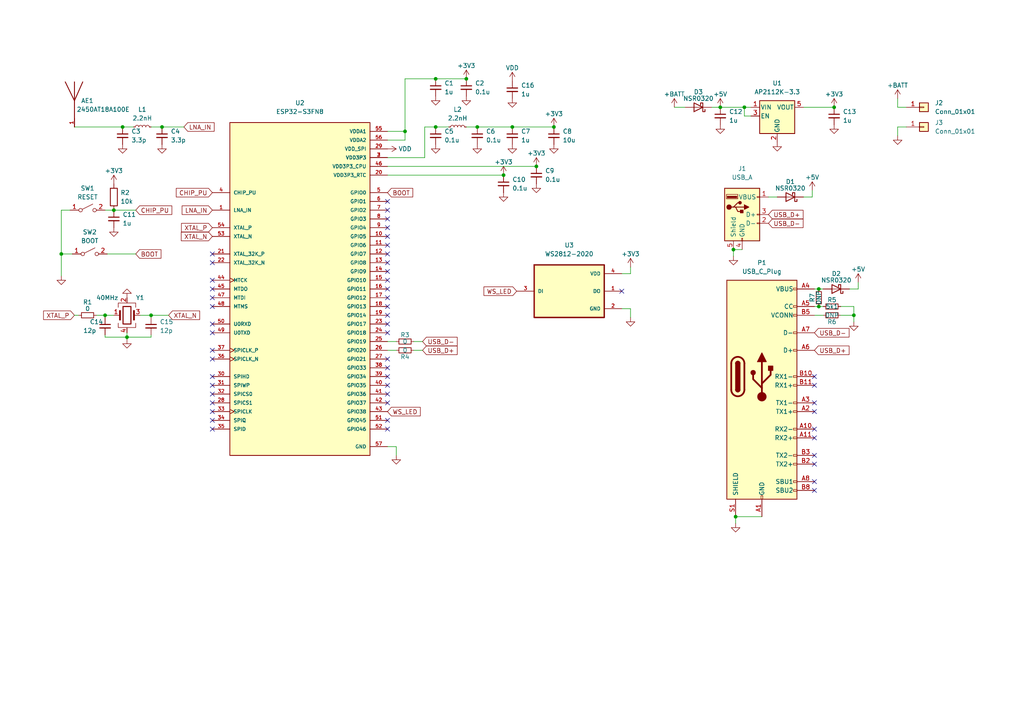
<source format=kicad_sch>
(kicad_sch (version 20211123) (generator eeschema)
  (paper "A4")
  (lib_symbols
    (symbol "2450AT18A100E:2450AT18A100E" (pin_names (offset 1.016))
      (property "Reference" "AE" (at -2.7927 10.1861 0))
      (property "Value" "2450AT18A100E" (at -2.6609 -10.1575 0))
      (symbol "2450AT18A100E_0_0"
        (polyline (pts (xy 0 2.54) (xy -2.667 8.001)) (stroke (width 0.254)))
        (polyline (pts (xy 0 2.54) (xy 0 -5.08)) (stroke (width 0.254)))
        (polyline (pts (xy 0 8.001) (xy 0 2.54)) (stroke (width 0.254)))
        (polyline (pts (xy 2.413 8.001) (xy 0 2.54)) (stroke (width 0.254)))
        (pin input line (at 0 -5.08 90) (length 2.54) (name "~") (number "1"))
      )
    )
    (symbol "Connector:USB_A" (pin_names (offset 1.016))
      (property "Reference" "J" (at -5.08 11.43 0))
      (property "Value" "USB_A" (at -5.08 8.89 0))
      (symbol "USB_A_0_1"
        (rectangle (start -5.08 -7.62) (end 5.08 7.62) (stroke (width 0.254)) (fill (type background)))
        (circle (center -3.81 2.159) (radius 0.635) (stroke (width 0.254)) (fill (type outline)))
        (rectangle (start -1.524 4.826) (end -4.318 5.334) (fill (type outline)))
        (rectangle (start -1.27 4.572) (end -4.572 5.842))
        (circle (center -0.635 3.429) (radius 0.381) (stroke (width 0.254)) (fill (type outline)))
        (rectangle (start -0.127 -7.62) (end 0.127 -6.858))
        (polyline (pts (xy -3.175 2.159) (xy -2.54 2.159) (xy -1.27 3.429) (xy -0.635 3.429)) (stroke (width 0.254)))
        (polyline (pts (xy -2.54 2.159) (xy -1.905 2.159) (xy -1.27 0.889) (xy 0 0.889)) (stroke (width 0.254)))
        (polyline (pts (xy 0.635 2.794) (xy 0.635 1.524) (xy 1.905 2.159) (xy 0.635 2.794)) (stroke (width 0.254)) (fill (type outline)))
        (rectangle (start 0.254 1.27) (end -0.508 0.508) (stroke (width 0.254)) (fill (type outline)))
        (rectangle (start 5.08 -2.667) (end 4.318 -2.413))
        (rectangle (start 5.08 -0.127) (end 4.318 0.127))
        (rectangle (start 5.08 4.953) (end 4.318 5.207))
      )
      (symbol "USB_A_1_1"
        (polyline (pts (xy -1.905 2.159) (xy 0.635 2.159)) (stroke (width 0.254)))
        (pin power_in line (at 7.62 5.08 180) (length 2.54) (name "VBUS") (number "1"))
        (pin bidirectional line (at 7.62 -2.54 180) (length 2.54) (name "D-") (number "2"))
        (pin bidirectional line (at 7.62 0 180) (length 2.54) (name "D+") (number "3"))
        (pin power_in line (at 0 -10.16 90) (length 2.54) (name "GND") (number "4"))
        (pin passive line (at -2.54 -10.16 90) (length 2.54) (name "Shield") (number "5"))
      )
    )
    (symbol "Connector:USB_C_Plug" (pin_names (offset 1.016))
      (property "Reference" "P" (at -10.16 29.21 0))
      (property "Value" "USB_C_Plug" (at 10.16 29.21 0))
      (symbol "USB_C_Plug_0_0"
        (rectangle (start -0.254 -35.56) (end 0.254 -34.544))
        (rectangle (start 10.16 -32.766) (end 9.144 -33.274))
        (rectangle (start 10.16 -30.226) (end 9.144 -30.734))
        (rectangle (start 10.16 -25.146) (end 9.144 -25.654))
        (rectangle (start 10.16 -22.606) (end 9.144 -23.114))
        (rectangle (start 10.16 -17.526) (end 9.144 -18.034))
        (rectangle (start 10.16 -14.986) (end 9.144 -15.494))
        (rectangle (start 10.16 -9.906) (end 9.144 -10.414))
        (rectangle (start 10.16 -7.366) (end 9.144 -7.874))
        (rectangle (start 10.16 -2.286) (end 9.144 -2.794))
        (rectangle (start 10.16 0.254) (end 9.144 -0.254))
        (rectangle (start 10.16 7.874) (end 9.144 7.366))
        (rectangle (start 10.16 12.954) (end 9.144 12.446))
        (rectangle (start 10.16 18.034) (end 9.144 17.526))
        (rectangle (start 10.16 20.574) (end 9.144 20.066))
        (rectangle (start 10.16 25.654) (end 9.144 25.146))
      )
      (symbol "USB_C_Plug_0_1"
        (rectangle (start -10.16 27.94) (end 10.16 -35.56) (stroke (width 0.254)) (fill (type background)))
        (arc (start -8.89 -3.81) (mid -6.985 -5.715) (end -5.08 -3.81) (stroke (width 0.508)))
        (arc (start -7.62 -3.81) (mid -6.985 -4.445) (end -6.35 -3.81) (stroke (width 0.254)))
        (arc (start -7.62 -3.81) (mid -6.985 -4.445) (end -6.35 -3.81) (stroke (width 0.254)) (fill (type outline)))
        (rectangle (start -7.62 -3.81) (end -6.35 3.81) (stroke (width 0.254)) (fill (type outline)))
        (arc (start -6.35 3.81) (mid -6.985 4.445) (end -7.62 3.81) (stroke (width 0.254)))
        (arc (start -6.35 3.81) (mid -6.985 4.445) (end -7.62 3.81) (stroke (width 0.254)) (fill (type outline)))
        (arc (start -5.08 3.81) (mid -6.985 5.715) (end -8.89 3.81) (stroke (width 0.508)))
        (polyline (pts (xy -8.89 -3.81) (xy -8.89 3.81)) (stroke (width 0.508)))
        (polyline (pts (xy -5.08 3.81) (xy -5.08 -3.81)) (stroke (width 0.508)))
      )
      (symbol "USB_C_Plug_1_1"
        (circle (center -2.54 1.143) (radius 0.635) (stroke (width 0.254)) (fill (type outline)))
        (circle (center 0 -5.842) (radius 1.27) (fill (type outline)))
        (polyline (pts (xy 0 -5.842) (xy 0 4.318)) (stroke (width 0.508)))
        (polyline (pts (xy 0 -3.302) (xy -2.54 -0.762) (xy -2.54 0.508)) (stroke (width 0.508)))
        (polyline (pts (xy 0 -2.032) (xy 2.54 0.508) (xy 2.54 1.778)) (stroke (width 0.508)))
        (polyline (pts (xy -1.27 4.318) (xy 0 6.858) (xy 1.27 4.318) (xy -1.27 4.318)) (stroke (width 0.254)) (fill (type outline)))
        (rectangle (start 1.905 1.778) (end 3.175 3.048) (stroke (width 0.254)) (fill (type outline)))
        (pin passive line (at 0 -40.64 90) (length 5.08) (name "GND") (number "A1"))
        (pin bidirectional line (at 15.24 -15.24 180) (length 5.08) (name "RX2-") (number "A10"))
        (pin bidirectional line (at 15.24 -17.78 180) (length 5.08) (name "RX2+") (number "A11"))
        (pin passive line (at 0 -40.64 90) (length 5.08) hide (name "GND") (number "A12"))
        (pin bidirectional line (at 15.24 -10.16 180) (length 5.08) (name "TX1+") (number "A2"))
        (pin bidirectional line (at 15.24 -7.62 180) (length 5.08) (name "TX1-") (number "A3"))
        (pin passive line (at 15.24 25.4 180) (length 5.08) (name "VBUS") (number "A4"))
        (pin bidirectional line (at 15.24 20.32 180) (length 5.08) (name "CC") (number "A5"))
        (pin bidirectional line (at 15.24 7.62 180) (length 5.08) (name "D+") (number "A6"))
        (pin bidirectional line (at 15.24 12.7 180) (length 5.08) (name "D-") (number "A7"))
        (pin bidirectional line (at 15.24 -30.48 180) (length 5.08) (name "SBU1") (number "A8"))
        (pin passive line (at 15.24 25.4 180) (length 5.08) hide (name "VBUS") (number "A9"))
        (pin passive line (at 0 -40.64 90) (length 5.08) hide (name "GND") (number "B1"))
        (pin bidirectional line (at 15.24 0 180) (length 5.08) (name "RX1-") (number "B10"))
        (pin bidirectional line (at 15.24 -2.54 180) (length 5.08) (name "RX1+") (number "B11"))
        (pin passive line (at 0 -40.64 90) (length 5.08) hide (name "GND") (number "B12"))
        (pin bidirectional line (at 15.24 -25.4 180) (length 5.08) (name "TX2+") (number "B2"))
        (pin bidirectional line (at 15.24 -22.86 180) (length 5.08) (name "TX2-") (number "B3"))
        (pin passive line (at 15.24 25.4 180) (length 5.08) hide (name "VBUS") (number "B4"))
        (pin bidirectional line (at 15.24 17.78 180) (length 5.08) (name "VCONN") (number "B5"))
        (pin bidirectional line (at 15.24 -33.02 180) (length 5.08) (name "SBU2") (number "B8"))
        (pin passive line (at 15.24 25.4 180) (length 5.08) hide (name "VBUS") (number "B9"))
        (pin passive line (at -7.62 -40.64 90) (length 5.08) (name "SHIELD") (number "S1"))
      )
    )
    (symbol "Connector_Generic:Conn_01x01" (pin_names (offset 1.016) hide)
      (property "Reference" "J" (at 0 2.54 0))
      (property "Value" "Conn_01x01" (at 0 -2.54 0))
      (symbol "Conn_01x01_1_1"
        (rectangle (start -1.27 0.127) (end 0 -0.127) (stroke (width 0.1524)))
        (rectangle (start -1.27 1.27) (end 1.27 -1.27) (stroke (width 0.254)) (fill (type background)))
        (pin passive line (at -5.08 0 0) (length 3.81) (name "Pin_1") (number "1"))
      )
    )
    (symbol "Device:C_Small" (pin_numbers hide) (pin_names (offset 0.254) hide)
      (property "Reference" "C" (at 0.254 1.778 0))
      (property "Value" "C_Small" (at 0.254 -2.032 0))
      (symbol "C_Small_0_1"
        (polyline (pts (xy -1.524 -0.508) (xy 1.524 -0.508)) (stroke (width 0.3302)))
        (polyline (pts (xy -1.524 0.508) (xy 1.524 0.508)) (stroke (width 0.3048)))
      )
      (symbol "C_Small_1_1"
        (pin passive line (at 0 2.54 270) (length 2.032) (name "~") (number "1"))
        (pin passive line (at 0 -2.54 90) (length 2.032) (name "~") (number "2"))
      )
    )
    (symbol "Device:Crystal_GND24" (pin_names (offset 1.016) hide)
      (property "Reference" "Y" (at 3.175 5.08 0))
      (property "Value" "Crystal_GND24" (at 3.175 3.175 0))
      (symbol "Crystal_GND24_0_1"
        (rectangle (start -1.143 2.54) (end 1.143 -2.54) (stroke (width 0.3048)))
        (polyline (pts (xy -2.54 0) (xy -2.032 0)))
        (polyline (pts (xy -2.032 -1.27) (xy -2.032 1.27)) (stroke (width 0.508)))
        (polyline (pts (xy 0 -3.81) (xy 0 -3.556)))
        (polyline (pts (xy 0 3.556) (xy 0 3.81)))
        (polyline (pts (xy 2.032 -1.27) (xy 2.032 1.27)) (stroke (width 0.508)))
        (polyline (pts (xy 2.032 0) (xy 2.54 0)))
        (polyline (pts (xy -2.54 -2.286) (xy -2.54 -3.556) (xy 2.54 -3.556) (xy 2.54 -2.286)))
        (polyline (pts (xy -2.54 2.286) (xy -2.54 3.556) (xy 2.54 3.556) (xy 2.54 2.286)))
      )
      (symbol "Crystal_GND24_1_1"
        (pin passive line (at -3.81 0 0) (length 1.27) (name "1") (number "1"))
        (pin passive line (at 0 5.08 270) (length 1.27) (name "2") (number "2"))
        (pin passive line (at 3.81 0 180) (length 1.27) (name "3") (number "3"))
        (pin passive line (at 0 -5.08 90) (length 1.27) (name "4") (number "4"))
      )
    )
    (symbol "Device:D_Schottky" (pin_numbers hide) (pin_names (offset 1.016) hide)
      (property "Reference" "D" (at 0 2.54 0))
      (property "Value" "D_Schottky" (at 0 -2.54 0))
      (symbol "D_Schottky_0_1"
        (polyline (pts (xy 1.27 0) (xy -1.27 0)))
        (polyline (pts (xy 1.27 1.27) (xy 1.27 -1.27) (xy -1.27 0) (xy 1.27 1.27)) (stroke (width 0.254)))
        (polyline (pts (xy -1.905 0.635) (xy -1.905 1.27) (xy -1.27 1.27) (xy -1.27 -1.27) (xy -0.635 -1.27) (xy -0.635 -0.635)) (stroke (width 0.254)))
      )
      (symbol "D_Schottky_1_1"
        (pin passive line (at -3.81 0 0) (length 2.54) (name "K") (number "1"))
        (pin passive line (at 3.81 0 180) (length 2.54) (name "A") (number "2"))
      )
    )
    (symbol "Device:L_Small" (pin_numbers hide) (pin_names (offset 0.254) hide)
      (property "Reference" "L" (at 0.762 1.016 0))
      (property "Value" "L_Small" (at 0.762 -1.016 0))
      (symbol "L_Small_0_1"
        (arc (start 0 -2.032) (mid 0.508 -1.524) (end 0 -1.016))
        (arc (start 0 -1.016) (mid 0.508 -0.508) (end 0 0))
        (arc (start 0 0) (mid 0.508 0.508) (end 0 1.016))
        (arc (start 0 1.016) (mid 0.508 1.524) (end 0 2.032))
      )
      (symbol "L_Small_1_1"
        (pin passive line (at 0 2.54 270) (length 0.508) (name "~") (number "1"))
        (pin passive line (at 0 -2.54 90) (length 0.508) (name "~") (number "2"))
      )
    )
    (symbol "Device:R" (pin_numbers hide) (pin_names (offset 0))
      (property "Reference" "R" (at 2.032 0 90))
      (property "Value" "R" (at 0 0 90))
      (symbol "R_0_1"
        (rectangle (start -1.016 -2.54) (end 1.016 2.54) (stroke (width 0.254)))
      )
      (symbol "R_1_1"
        (pin passive line (at 0 3.81 270) (length 1.27) (name "~") (number "1"))
        (pin passive line (at 0 -3.81 90) (length 1.27) (name "~") (number "2"))
      )
    )
    (symbol "Device:R_Small" (pin_numbers hide) (pin_names (offset 0.254) hide)
      (property "Reference" "R" (at 0.762 0.508 0))
      (property "Value" "R_Small" (at 0.762 -1.016 0))
      (symbol "R_Small_0_1"
        (rectangle (start -0.762 1.778) (end 0.762 -1.778) (stroke (width 0.2032)))
      )
      (symbol "R_Small_1_1"
        (pin passive line (at 0 2.54 270) (length 0.762) (name "~") (number "1"))
        (pin passive line (at 0 -2.54 90) (length 0.762) (name "~") (number "2"))
      )
    )
    (symbol "ESP32-S3FN8:ESP32-S3FN8" (pin_names (offset 1.016))
      (property "Reference" "U" (at -20.32 49.53 0))
      (property "Value" "ESP32-S3FN8" (at -20.32 -49.53 0))
      (symbol "ESP32-S3FN8_0_0"
        (rectangle (start -20.32 -48.26) (end 20.32 48.26) (stroke (width 0.254)) (fill (type background)))
        (pin bidirectional line (at -25.4 22.86 0) (length 5.08) (name "LNA_IN") (number "1"))
        (pin bidirectional line (at 25.4 15.24 180) (length 5.08) (name "GPIO5") (number "10"))
        (pin bidirectional line (at 25.4 12.7 180) (length 5.08) (name "GPIO6") (number "11"))
        (pin bidirectional line (at 25.4 10.16 180) (length 5.08) (name "GPIO7") (number "12"))
        (pin bidirectional line (at 25.4 7.62 180) (length 5.08) (name "GPIO8") (number "13"))
        (pin bidirectional line (at 25.4 5.08 180) (length 5.08) (name "GPIO9") (number "14"))
        (pin bidirectional line (at 25.4 2.54 180) (length 5.08) (name "GPIO10") (number "15"))
        (pin bidirectional line (at 25.4 0 180) (length 5.08) (name "GPIO11") (number "16"))
        (pin bidirectional line (at 25.4 -2.54 180) (length 5.08) (name "GPIO12") (number "17"))
        (pin bidirectional line (at 25.4 -5.08 180) (length 5.08) (name "GPIO13") (number "18"))
        (pin bidirectional line (at 25.4 -7.62 180) (length 5.08) (name "GPIO14") (number "19"))
        (pin power_in line (at 25.4 38.1 180) (length 5.08) (name "VDD3P3") (number "2"))
        (pin power_in line (at 25.4 33.02 180) (length 5.08) (name "VDD3P3_RTC") (number "20"))
        (pin bidirectional line (at -25.4 10.16 0) (length 5.08) (name "XTAL_32K_P") (number "21"))
        (pin bidirectional line (at -25.4 7.62 0) (length 5.08) (name "XTAL_32K_N") (number "22"))
        (pin bidirectional line (at 25.4 -10.16 180) (length 5.08) (name "GPIO17") (number "23"))
        (pin bidirectional line (at 25.4 -12.7 180) (length 5.08) (name "GPIO18") (number "24"))
        (pin bidirectional line (at 25.4 -15.24 180) (length 5.08) (name "GPIO19") (number "25"))
        (pin bidirectional line (at 25.4 -17.78 180) (length 5.08) (name "GPIO20") (number "26"))
        (pin bidirectional line (at 25.4 -20.32 180) (length 5.08) (name "GPIO21") (number "27"))
        (pin bidirectional line (at -25.4 -33.02 0) (length 5.08) (name "SPICS1") (number "28"))
        (pin power_in line (at 25.4 40.64 180) (length 5.08) (name "VDD_SPI") (number "29"))
        (pin power_in line (at 25.4 38.1 180) (length 5.08) (name "VDD3P3") (number "3"))
        (pin bidirectional line (at -25.4 -25.4 0) (length 5.08) (name "SPIHD") (number "30"))
        (pin bidirectional line (at -25.4 -27.94 0) (length 5.08) (name "SPIWP") (number "31"))
        (pin bidirectional line (at -25.4 -30.48 0) (length 5.08) (name "SPICS0") (number "32"))
        (pin bidirectional clock (at -25.4 -35.56 0) (length 5.08) (name "SPICLK") (number "33"))
        (pin bidirectional line (at -25.4 -38.1 0) (length 5.08) (name "SPIQ") (number "34"))
        (pin bidirectional line (at -25.4 -40.64 0) (length 5.08) (name "SPID") (number "35"))
        (pin bidirectional clock (at -25.4 -20.32 0) (length 5.08) (name "SPICLK_N") (number "36"))
        (pin bidirectional clock (at -25.4 -17.78 0) (length 5.08) (name "SPICLK_P") (number "37"))
        (pin bidirectional line (at 25.4 -22.86 180) (length 5.08) (name "GPIO33") (number "38"))
        (pin bidirectional line (at 25.4 -25.4 180) (length 5.08) (name "GPIO34") (number "39"))
        (pin input line (at -25.4 27.94 0) (length 5.08) (name "CHIP_PU") (number "4"))
        (pin bidirectional line (at 25.4 -27.94 180) (length 5.08) (name "GPIO35") (number "40"))
        (pin bidirectional line (at 25.4 -30.48 180) (length 5.08) (name "GPIO36") (number "41"))
        (pin bidirectional line (at 25.4 -33.02 180) (length 5.08) (name "GPIO37") (number "42"))
        (pin bidirectional line (at 25.4 -35.56 180) (length 5.08) (name "GPIO38") (number "43"))
        (pin bidirectional clock (at -25.4 2.54 0) (length 5.08) (name "MTCK") (number "44"))
        (pin bidirectional line (at -25.4 0 0) (length 5.08) (name "MTDO") (number "45"))
        (pin power_in line (at 25.4 35.56 180) (length 5.08) (name "VDD3P3_CPU") (number "46"))
        (pin bidirectional line (at -25.4 -2.54 0) (length 5.08) (name "MTDI") (number "47"))
        (pin bidirectional line (at -25.4 -5.08 0) (length 5.08) (name "MTMS") (number "48"))
        (pin bidirectional line (at -25.4 -12.7 0) (length 5.08) (name "U0TXD") (number "49"))
        (pin bidirectional line (at 25.4 27.94 180) (length 5.08) (name "GPIO0") (number "5"))
        (pin bidirectional line (at -25.4 -10.16 0) (length 5.08) (name "U0RXD") (number "50"))
        (pin bidirectional line (at 25.4 -38.1 180) (length 5.08) (name "GPIO45") (number "51"))
        (pin bidirectional line (at 25.4 -40.64 180) (length 5.08) (name "GPIO46") (number "52"))
        (pin output line (at -25.4 15.24 0) (length 5.08) (name "XTAL_N") (number "53"))
        (pin input line (at -25.4 17.78 0) (length 5.08) (name "XTAL_P") (number "54"))
        (pin power_in line (at 25.4 45.72 180) (length 5.08) (name "VDDA1") (number "55"))
        (pin power_in line (at 25.4 43.18 180) (length 5.08) (name "VDDA2") (number "56"))
        (pin power_in line (at 25.4 -45.72 180) (length 5.08) (name "GND") (number "57"))
        (pin bidirectional line (at 25.4 25.4 180) (length 5.08) (name "GPIO1") (number "6"))
        (pin bidirectional line (at 25.4 22.86 180) (length 5.08) (name "GPIO2") (number "7"))
        (pin bidirectional line (at 25.4 20.32 180) (length 5.08) (name "GPIO3") (number "8"))
        (pin bidirectional line (at 25.4 17.78 180) (length 5.08) (name "GPIO4") (number "9"))
      )
    )
    (symbol "Regulator_Linear:AP2112K-3.3" (pin_names (offset 0.254))
      (property "Reference" "U" (at -5.08 5.715 0))
      (property "Value" "AP2112K-3.3" (at 0 5.715 0))
      (symbol "AP2112K-3.3_0_1"
        (rectangle (start -5.08 4.445) (end 5.08 -5.08) (stroke (width 0.254)) (fill (type background)))
      )
      (symbol "AP2112K-3.3_1_1"
        (pin power_in line (at -7.62 2.54 0) (length 2.54) (name "VIN") (number "1"))
        (pin power_in line (at 0 -7.62 90) (length 2.54) (name "GND") (number "2"))
        (pin input line (at -7.62 0 0) (length 2.54) (name "EN") (number "3"))
        (pin no_connect line (at 5.08 0 180) (length 2.54) hide (name "NC") (number "4"))
        (pin power_out line (at 7.62 2.54 180) (length 2.54) (name "VOUT") (number "5"))
      )
    )
    (symbol "Switch:SW_SPST" (pin_names (offset 0) hide)
      (property "Reference" "SW" (at 0 3.175 0))
      (property "Value" "SW_SPST" (at 0 -2.54 0))
      (symbol "SW_SPST_0_0"
        (circle (center -2.032 0) (radius 0.508))
        (polyline (pts (xy -1.524 0.254) (xy 1.524 1.778)))
        (circle (center 2.032 0) (radius 0.508))
      )
      (symbol "SW_SPST_1_1"
        (pin passive line (at -5.08 0 0) (length 2.54) (name "A") (number "1"))
        (pin passive line (at 5.08 0 180) (length 2.54) (name "B") (number "2"))
      )
    )
    (symbol "WS2812-2020:WS2812-2020" (pin_names (offset 1.016))
      (property "Reference" "U" (at -10.16 7.62 0))
      (property "Value" "WS2812-2020" (at -10.16 -10.16 0))
      (symbol "WS2812-2020_0_0"
        (rectangle (start -10.16 -7.62) (end 10.16 7.62) (stroke (width 0.4064)) (fill (type background)))
        (pin output line (at 15.24 0 180) (length 5.08) (name "DO") (number "1"))
        (pin power_in line (at 15.24 -5.08 180) (length 5.08) (name "GND") (number "2"))
        (pin input line (at -15.24 0 0) (length 5.08) (name "DI") (number "3"))
        (pin power_in line (at 15.24 5.08 180) (length 5.08) (name "VDD") (number "4"))
      )
    )
    (symbol "power:+3V3" (power) (pin_names (offset 0))
      (property "Value" "+3V3" (at 0 3.556 0))
      (symbol "+3V3_0_1"
        (polyline (pts (xy -0.762 1.27) (xy 0 2.54)))
        (polyline (pts (xy 0 0) (xy 0 2.54)))
        (polyline (pts (xy 0 2.54) (xy 0.762 1.27)))
      )
      (symbol "+3V3_1_1"
        (pin power_in line (at 0 0 90) (length 0) hide (name "+3V3") (number "1"))
      )
    )
    (symbol "power:+5V" (power) (pin_names (offset 0))
      (property "Value" "+5V" (at 0 3.556 0))
      (symbol "+5V_0_1"
        (polyline (pts (xy -0.762 1.27) (xy 0 2.54)))
        (polyline (pts (xy 0 0) (xy 0 2.54)))
        (polyline (pts (xy 0 2.54) (xy 0.762 1.27)))
      )
      (symbol "+5V_1_1"
        (pin power_in line (at 0 0 90) (length 0) hide (name "+5V") (number "1"))
      )
    )
    (symbol "power:+BATT" (power) (pin_names (offset 0))
      (property "Value" "+BATT" (at 0 3.556 0))
      (symbol "+BATT_0_1"
        (polyline (pts (xy -0.762 1.27) (xy 0 2.54)))
        (polyline (pts (xy 0 0) (xy 0 2.54)))
        (polyline (pts (xy 0 2.54) (xy 0.762 1.27)))
      )
      (symbol "+BATT_1_1"
        (pin power_in line (at 0 0 90) (length 0) hide (name "+BATT") (number "1"))
      )
    )
    (symbol "power:GND" (power) (pin_names (offset 0))
      (property "Value" "GND" (at 0 -3.81 0))
      (symbol "GND_0_1"
        (polyline (pts (xy 0 0) (xy 0 -1.27) (xy 1.27 -1.27) (xy 0 -2.54) (xy -1.27 -1.27) (xy 0 -1.27)))
      )
      (symbol "GND_1_1"
        (pin power_in line (at 0 0 270) (length 0) hide (name "GND") (number "1"))
      )
    )
    (symbol "power:VDD" (power) (pin_names (offset 0))
      (property "Value" "VDD" (at 0 3.81 0))
      (symbol "VDD_0_1"
        (polyline (pts (xy -0.762 1.27) (xy 0 2.54)))
        (polyline (pts (xy 0 0) (xy 0 2.54)))
        (polyline (pts (xy 0 2.54) (xy 0.762 1.27)))
      )
      (symbol "VDD_1_1"
        (pin power_in line (at 0 0 90) (length 0) hide (name "VDD") (number "1"))
      )
    )
  )
  (junction (at 155.575 48.26))
  (junction (at 117.475 38.1))
  (junction (at 30.48 91.44))
  (junction (at 146.05 50.8))
  (junction (at 46.99 36.83))
  (junction (at 148.59 36.83))
  (junction (at 241.935 31.115))
  (junction (at 138.43 36.83))
  (junction (at 135.255 22.86))
  (junction (at 36.83 97.79))
  (junction (at 237.49 83.82))
  (junction (at 212.725 72.39))
  (junction (at 247.65 91.44))
  (junction (at 213.36 149.86))
  (junction (at 17.78 73.66))
  (junction (at 43.815 91.44))
  (junction (at 33.02 60.96))
  (junction (at 215.9 31.115))
  (junction (at 35.56 36.83))
  (junction (at 126.365 22.86))
  (junction (at 208.915 31.115))
  (junction (at 126.365 36.83))
  (junction (at 237.49 88.9))
  (junction (at 160.655 36.83))
  (no_connect (at 61.595 111.76))
  (no_connect (at 112.395 60.96))
  (no_connect (at 112.395 91.44))
  (no_connect (at 112.395 78.74))
  (no_connect (at 236.22 109.22))
  (no_connect (at 112.395 109.22))
  (no_connect (at 61.595 121.92))
  (no_connect (at 236.22 119.38))
  (no_connect (at 112.395 68.58))
  (no_connect (at 61.595 83.82))
  (no_connect (at 61.595 96.52))
  (no_connect (at 236.22 124.46))
  (no_connect (at 61.595 124.46))
  (no_connect (at 61.595 104.14))
  (no_connect (at 112.395 58.42))
  (no_connect (at 112.395 63.5))
  (no_connect (at 112.395 116.84))
  (no_connect (at 112.395 114.3))
  (no_connect (at 112.395 71.12))
  (no_connect (at 112.395 104.14))
  (no_connect (at 112.395 81.28))
  (no_connect (at 180.34 84.455))
  (no_connect (at 61.595 109.22))
  (no_connect (at 61.595 101.6))
  (no_connect (at 236.22 139.7))
  (no_connect (at 236.22 127))
  (no_connect (at 61.595 81.28))
  (no_connect (at 112.395 124.46))
  (no_connect (at 61.595 88.9))
  (no_connect (at 112.395 106.68))
  (no_connect (at 61.595 114.3))
  (no_connect (at 112.395 66.04))
  (no_connect (at 236.22 132.08))
  (no_connect (at 236.22 116.84))
  (no_connect (at 61.595 119.38))
  (no_connect (at 236.22 134.62))
  (no_connect (at 236.22 142.24))
  (no_connect (at 61.595 86.36))
  (no_connect (at 112.395 88.9))
  (no_connect (at 112.395 96.52))
  (no_connect (at 112.395 83.82))
  (no_connect (at 112.395 93.98))
  (no_connect (at 61.595 76.2))
  (no_connect (at 61.595 93.98))
  (no_connect (at 61.595 73.66))
  (no_connect (at 112.395 111.76))
  (no_connect (at 112.395 86.36))
  (no_connect (at 236.22 111.76))
  (no_connect (at 112.395 73.66))
  (no_connect (at 61.595 116.84))
  (no_connect (at 112.395 76.2))
  (no_connect (at 112.395 121.92))
  (wire (pts (xy 215.9 31.115) (xy 215.9 33.655)))
  (wire (pts (xy 262.89 31.115) (xy 260.35 31.115)))
  (wire (pts (xy 123.19 45.72) (xy 123.19 36.83)))
  (wire (pts (xy 30.48 60.96) (xy 33.02 60.96)))
  (wire (pts (xy 262.89 36.83) (xy 260.35 36.83)))
  (wire (pts (xy 17.78 80.01) (xy 17.78 73.66)))
  (wire (pts (xy 248.92 81.915) (xy 248.92 83.82)))
  (wire (pts (xy 27.94 91.44) (xy 30.48 91.44)))
  (wire (pts (xy 43.815 97.79) (xy 43.815 97.155)))
  (wire (pts (xy 120.015 99.06) (xy 122.555 99.06)))
  (wire (pts (xy 213.36 149.86) (xy 213.36 151.765)))
  (wire (pts (xy 36.83 98.425) (xy 36.83 97.79)))
  (wire (pts (xy 30.48 97.79) (xy 30.48 97.155)))
  (wire (pts (xy 148.59 36.83) (xy 160.655 36.83)))
  (wire (pts (xy 43.815 92.075) (xy 43.815 91.44)))
  (wire (pts (xy 247.65 88.9) (xy 243.84 88.9)))
  (wire (pts (xy 206.375 31.115) (xy 208.915 31.115)))
  (wire (pts (xy 117.475 40.64) (xy 112.395 40.64)))
  (wire (pts (xy 126.365 22.86) (xy 135.255 22.86)))
  (wire (pts (xy 46.99 36.83) (xy 53.34 36.83)))
  (wire (pts (xy 182.88 77.47) (xy 182.88 79.375)))
  (wire (pts (xy 247.65 93.345) (xy 247.65 91.44)))
  (wire (pts (xy 30.48 97.79) (xy 36.83 97.79)))
  (wire (pts (xy 17.78 73.66) (xy 20.955 73.66)))
  (wire (pts (xy 248.92 83.82) (xy 246.38 83.82)))
  (wire (pts (xy 21.59 36.83) (xy 35.56 36.83)))
  (wire (pts (xy 236.22 91.44) (xy 238.76 91.44)))
  (wire (pts (xy 235.585 55.245) (xy 235.585 57.15)))
  (wire (pts (xy 195.58 31.115) (xy 198.755 31.115)))
  (wire (pts (xy 233.045 31.115) (xy 241.935 31.115)))
  (wire (pts (xy 117.475 22.86) (xy 126.365 22.86)))
  (wire (pts (xy 112.395 48.26) (xy 155.575 48.26)))
  (wire (pts (xy 114.935 129.54) (xy 112.395 129.54)))
  (wire (pts (xy 31.115 73.66) (xy 39.37 73.66)))
  (wire (pts (xy 43.815 36.83) (xy 46.99 36.83)))
  (wire (pts (xy 208.915 31.115) (xy 215.9 31.115)))
  (wire (pts (xy 112.395 45.72) (xy 123.19 45.72)))
  (wire (pts (xy 182.88 92.075) (xy 182.88 89.535)))
  (wire (pts (xy 120.015 101.6) (xy 122.555 101.6)))
  (wire (pts (xy 243.84 91.44) (xy 247.65 91.44)))
  (wire (pts (xy 212.725 72.39) (xy 212.725 74.295)))
  (wire (pts (xy 117.475 38.1) (xy 117.475 22.86)))
  (wire (pts (xy 215.9 31.115) (xy 217.805 31.115)))
  (wire (pts (xy 238.76 83.82) (xy 237.49 83.82)))
  (wire (pts (xy 30.48 92.075) (xy 30.48 91.44)))
  (wire (pts (xy 135.255 36.83) (xy 138.43 36.83)))
  (wire (pts (xy 215.9 33.655) (xy 217.805 33.655)))
  (wire (pts (xy 225.425 57.15) (xy 222.885 57.15)))
  (wire (pts (xy 112.395 101.6) (xy 114.935 101.6)))
  (wire (pts (xy 123.19 36.83) (xy 126.365 36.83)))
  (wire (pts (xy 236.22 88.9) (xy 237.49 88.9)))
  (wire (pts (xy 112.395 50.8) (xy 146.05 50.8)))
  (wire (pts (xy 114.935 132.08) (xy 114.935 129.54)))
  (wire (pts (xy 21.59 91.44) (xy 22.86 91.44)))
  (wire (pts (xy 36.83 96.52) (xy 36.83 97.79)))
  (wire (pts (xy 182.88 79.375) (xy 180.34 79.375)))
  (wire (pts (xy 17.78 73.66) (xy 17.78 60.96)))
  (wire (pts (xy 117.475 40.64) (xy 117.475 38.1)))
  (wire (pts (xy 215.265 72.39) (xy 212.725 72.39)))
  (wire (pts (xy 35.56 36.83) (xy 38.735 36.83)))
  (wire (pts (xy 30.48 91.44) (xy 33.02 91.44)))
  (wire (pts (xy 43.815 91.44) (xy 40.64 91.44)))
  (wire (pts (xy 235.585 57.15) (xy 233.045 57.15)))
  (wire (pts (xy 260.35 31.115) (xy 260.35 28.575)))
  (wire (pts (xy 138.43 36.83) (xy 148.59 36.83)))
  (wire (pts (xy 213.36 149.86) (xy 220.98 149.86)))
  (wire (pts (xy 260.35 39.37) (xy 260.35 36.83)))
  (wire (pts (xy 17.78 60.96) (xy 20.32 60.96)))
  (wire (pts (xy 112.395 99.06) (xy 114.935 99.06)))
  (wire (pts (xy 247.65 91.44) (xy 247.65 88.9)))
  (wire (pts (xy 36.83 97.79) (xy 43.815 97.79)))
  (wire (pts (xy 48.895 91.44) (xy 43.815 91.44)))
  (wire (pts (xy 33.02 60.96) (xy 39.37 60.96)))
  (wire (pts (xy 126.365 36.83) (xy 130.175 36.83)))
  (wire (pts (xy 117.475 38.1) (xy 112.395 38.1)))
  (wire (pts (xy 237.49 83.82) (xy 236.22 83.82)))
  (wire (pts (xy 237.49 88.9) (xy 238.76 88.9)))
  (wire (pts (xy 182.88 89.535) (xy 180.34 89.535)))
  (global_label "XTAL_N" (shape input) (at 48.895 91.44 0) (property "Intersheet References" "${INTERSHEET_REFS}" (effects hide)))
  (global_label "BOOT" (shape input) (at 39.37 73.66 0) (property "Intersheet References" "${INTERSHEET_REFS}" (effects hide)))
  (global_label "USB_D-" (shape input) (at 236.22 96.52 0) (property "Intersheet References" "${INTERSHEET_REFS}" (effects hide)))
  (global_label "USB_D-" (shape input) (at 222.885 64.77 0) (property "Intersheet References" "${INTERSHEET_REFS}" (effects hide)))
  (global_label "XTAL_P" (shape input) (at 61.595 66.04 180) (property "Intersheet References" "${INTERSHEET_REFS}" (effects hide)))
  (global_label "LNA_IN" (shape input) (at 61.595 60.96 180) (property "Intersheet References" "${INTERSHEET_REFS}" (effects hide)))
  (global_label "CHIP_PU" (shape input) (at 39.37 60.96 0) (property "Intersheet References" "${INTERSHEET_REFS}" (effects hide)))
  (global_label "LNA_IN" (shape input) (at 53.34 36.83 0) (property "Intersheet References" "${INTERSHEET_REFS}" (effects hide)))
  (global_label "USB_D+" (shape input) (at 236.22 101.6 0) (property "Intersheet References" "${INTERSHEET_REFS}" (effects hide)))
  (global_label "USB_D-" (shape input) (at 122.555 99.06 0) (property "Intersheet References" "${INTERSHEET_REFS}" (effects hide)))
  (global_label "WS_LED" (shape input) (at 149.86 84.455 180) (property "Intersheet References" "${INTERSHEET_REFS}" (effects hide)))
  (global_label "USB_D+" (shape input) (at 122.555 101.6 0) (property "Intersheet References" "${INTERSHEET_REFS}" (effects hide)))
  (global_label "CHIP_PU" (shape input) (at 61.595 55.88 180) (property "Intersheet References" "${INTERSHEET_REFS}" (effects hide)))
  (global_label "USB_D+" (shape input) (at 222.885 62.23 0) (property "Intersheet References" "${INTERSHEET_REFS}" (effects hide)))
  (global_label "WS_LED" (shape input) (at 112.395 119.38 0) (property "Intersheet References" "${INTERSHEET_REFS}" (effects hide)))
  (global_label "BOOT" (shape input) (at 112.395 55.88 0) (property "Intersheet References" "${INTERSHEET_REFS}" (effects hide)))
  (global_label "XTAL_N" (shape input) (at 61.595 68.58 180) (property "Intersheet References" "${INTERSHEET_REFS}" (effects hide)))
  (global_label "XTAL_P" (shape input) (at 21.59 91.44 180) (property "Intersheet References" "${INTERSHEET_REFS}" (effects hide)))
  (symbol (lib_id "power:GND") (at 35.56 41.91 0) (unit 1)
    (property "Reference" "#PWR0119" (effects hide))
    (property "Value" "GND" (effects hide))
  )
  (symbol (lib_id "Device:C_Small") (at 43.815 94.615 0) (unit 1)
    (property "Reference" "C15" (at 46.355 93.345 0) (effects (justify left)))
    (property "Value" "12p" (at 46.355 95.885 0) (effects (justify left)))
    (property "Footprint" "Capacitor_SMD:C_0402_1005Metric" (effects hide))
    (property "LCSC Part #" "C1547" (effects hide))
  )
  (symbol (lib_id "power:GND") (at 212.725 74.295 0) (unit 1)
    (property "Reference" "#PWR0129" (effects hide))
    (property "Value" "GND" (effects hide))
  )
  (symbol (lib_id "power:+BATT") (at 260.35 28.575 0) (unit 1)
    (property "Reference" "#PWR0132" (effects hide))
    (property "Value" "+BATT" (at 260.35 24.765 0))
  )
  (symbol (lib_id "Device:R_Small") (at 117.475 99.06 90) (unit 1)
    (property "Reference" "R3" (at 117.475 97.155 90))
    (property "Value" "0" (at 117.475 99.06 90))
    (property "Footprint" "Resistor_SMD:R_0402_1005Metric" (effects hide))
    (property "LCSC Part #" "C17168" (effects hide))
  )
  (symbol (lib_id "Connector_Generic:Conn_01x01") (at 267.97 36.83 0) (unit 1)
    (property "Reference" "J3" (at 271.145 35.5599 0) (effects (justify left)))
    (property "Value" "Conn_01x01" (at 271.145 38.0999 0) (effects (justify left)))
    (property "Footprint" "Connector_Wire:SolderWirePad_1x01_SMD_1x2mm" (effects hide))
  )
  (symbol (lib_id "power:VDD") (at 148.59 23.495 0) (unit 1)
    (property "Reference" "#PWR0134" (effects hide))
    (property "Value" "VDD" (at 148.59 19.685 0))
  )
  (symbol (lib_id "Connector:USB_A") (at 215.265 62.23 0) (unit 1)
    (property "Reference" "J1" (at 215.265 48.895 0))
    (property "Value" "USB_A" (at 215.265 51.435 0))
    (property "Footprint" "Connector_USB:USB_A_CNCTech_1001-011-01101_Horizontal" (effects hide))
    (property "Datasheet" " ~" (effects hide))
    (property "LCSC Part #" "C283548" (effects hide))
  )
  (symbol (lib_id "Device:L_Small") (at 132.715 36.83 90) (unit 1)
    (property "Reference" "L2" (at 132.715 31.75 90))
    (property "Value" "2.2nH" (at 132.715 34.29 90))
    (property "Footprint" "Inductor_SMD:L_0402_1005Metric" (effects hide))
    (property "LCSC Part #" "C91240" (effects hide))
  )
  (symbol (lib_id "power:GND") (at 208.915 36.195 0) (unit 1)
    (property "Reference" "#PWR0124" (effects hide))
    (property "Value" "GND" (effects hide))
  )
  (symbol (lib_id "Device:R_Small") (at 241.3 88.9 90) (unit 1)
    (property "Reference" "R5" (at 241.3 86.995 90))
    (property "Value" "5k1" (at 241.3 88.9 90))
    (property "Footprint" "Resistor_SMD:R_0402_1005Metric" (effects hide))
    (property "LCSC Part #" "C25905" (effects hide))
  )
  (symbol (lib_id "power:GND") (at 126.365 27.94 0) (unit 1)
    (property "Reference" "#PWR0108" (effects hide))
    (property "Value" "GND" (effects hide))
  )
  (symbol (lib_id "ESP32-S3FN8:ESP32-S3FN8") (at 86.995 83.82 0) (unit 1)
    (property "Reference" "U2" (at 86.995 29.845 0))
    (property "Value" "ESP32-S3FN8" (at 86.995 32.385 0))
    (property "Footprint" "ESP32-S3FN8:QFN40P700X700X90-57N" (effects hide))
    (property "Availability" "In Stock" (effects hide))
    (property "Price" "None" (effects hide))
    (property "MF" "Espressif Systems" (effects hide))
    (property "Purchase-URL" "https://pricing.snapeda.com/search/part/ESP32-S3FN8/?ref=eda" (effects hide))
    (property "Package" "None" (effects hide))
    (property "MP" "ESP32-S3FN8" (effects hide))
    (property "Description" "Espressif Systems [ENGINEERING SAMPLES]SMD IC , Dual-Core MCU, Wi-Fi 2.4G & BLE 5.0 combo, 8 MB Octal SPI PSRAM, QFN 56-pin, 7*7 mm" (effects hide))
  )
  (symbol (lib_id "Device:R_Small") (at 237.49 86.36 180) (unit 1)
    (property "Reference" "R7" (at 235.585 86.36 90))
    (property "Value" "DNP" (at 237.49 86.36 90))
    (property "Footprint" "Resistor_SMD:R_0402_1005Metric" (effects hide))
  )
  (symbol (lib_id "Device:R") (at 33.02 57.15 0) (unit 1)
    (property "Reference" "R2" (at 34.925 55.8799 0) (effects (justify left)))
    (property "Value" "10k" (at 34.925 58.4199 0) (effects (justify left)))
    (property "Footprint" "Resistor_SMD:R_0402_1005Metric" (effects hide))
    (property "LCSC Part #" "C25744" (effects hide))
  )
  (symbol (lib_id "power:+5V") (at 235.585 55.245 0) (unit 1)
    (property "Reference" "#PWR01" (effects hide))
    (property "Value" "+5V" (at 235.585 51.435 0))
  )
  (symbol (lib_id "Device:C_Small") (at 155.575 50.8 0) (unit 1)
    (property "Reference" "C9" (at 158.115 49.53 0) (effects (justify left)))
    (property "Value" "0.1u" (at 158.115 52.07 0) (effects (justify left)))
    (property "Footprint" "Capacitor_SMD:C_0402_1005Metric" (effects hide))
    (property "LCSC Part #" "C307331" (effects hide))
  )
  (symbol (lib_id "Device:C_Small") (at 138.43 39.37 0) (unit 1)
    (property "Reference" "C6" (at 140.97 38.1 0) (effects (justify left)))
    (property "Value" "0.1u" (at 140.97 40.64 0) (effects (justify left)))
    (property "Footprint" "Capacitor_SMD:C_0402_1005Metric" (effects hide))
    (property "LCSC Part #" "C307331" (effects hide))
  )
  (symbol (lib_id "2450AT18A100E:2450AT18A100E") (at 21.59 31.75 0) (unit 1)
    (property "Reference" "AE1" (at 23.495 29.21 0) (effects (justify left)))
    (property "Value" "2450AT18A100E" (at 22.225 31.75 0) (effects (justify left)))
    (property "Footprint" "2450AT18A100E:ANTC3216X140N" (effects hide))
    (property "MANUFACTURER" "JOHANSON DESIGN" (effects hide))
    (property "PARTREV" "1.3" (effects hide))
    (property "STANDARD" "IPC-7351B" (effects hide))
    (property "LCSC Part #" "C89334" (effects hide))
  )
  (symbol (lib_id "Switch:SW_SPST") (at 26.035 73.66 0) (unit 1)
    (property "Reference" "SW2" (at 26.035 67.31 0))
    (property "Value" "BOOT" (at 26.035 69.85 0))
    (property "Footprint" "Button_Switch_SMD:SW_SPST_PTS810" (effects hide))
    (property "LCSC Part #" "C221897" (effects hide))
  )
  (symbol (lib_id "power:GND") (at 155.575 53.34 0) (unit 1)
    (property "Reference" "#PWR0106" (effects hide))
    (property "Value" "GND" (effects hide))
  )
  (symbol (lib_id "power:GND") (at 126.365 41.91 0) (unit 1)
    (property "Reference" "#PWR0109" (effects hide))
    (property "Value" "GND" (effects hide))
  )
  (symbol (lib_id "power:GND") (at 114.935 132.08 0) (unit 1)
    (property "Reference" "#PWR0115" (effects hide))
    (property "Value" "GND" (effects hide))
  )
  (symbol (lib_id "Device:R_Small") (at 25.4 91.44 90) (unit 1)
    (property "Reference" "R1" (at 25.4 87.63 90))
    (property "Value" "0" (at 25.4 89.535 90))
    (property "Footprint" "Resistor_SMD:R_0402_1005Metric" (effects hide))
    (property "LCSC Part #" "C17168" (effects hide))
  )
  (symbol (lib_id "Device:R_Small") (at 241.3 91.44 90) (unit 1)
    (property "Reference" "R6" (at 241.3 93.345 90))
    (property "Value" "DNP" (at 241.3 91.44 90))
    (property "Footprint" "Resistor_SMD:R_0402_1005Metric" (effects hide))
  )
  (symbol (lib_id "power:+3V3") (at 241.935 31.115 0) (unit 1)
    (property "Reference" "#PWR0127" (effects hide))
    (property "Value" "+3V3" (at 241.935 27.305 0))
  )
  (symbol (lib_id "power:GND") (at 241.935 36.195 0) (unit 1)
    (property "Reference" "#PWR0126" (effects hide))
    (property "Value" "GND" (effects hide))
  )
  (symbol (lib_id "power:VDD") (at 112.395 43.18 270) (unit 1)
    (property "Reference" "#PWR0112" (effects hide))
    (property "Value" "VDD" (at 115.57 43.18 90) (effects (justify left)))
  )
  (symbol (lib_id "power:GND") (at 225.425 41.275 0) (unit 1)
    (property "Reference" "#PWR0122" (effects hide))
    (property "Value" "GND" (effects hide))
  )
  (symbol (lib_id "Device:C_Small") (at 126.365 25.4 0) (unit 1)
    (property "Reference" "C1" (at 128.905 24.13 0) (effects (justify left)))
    (property "Value" "1u" (at 128.905 26.67 0) (effects (justify left)))
    (property "Footprint" "Capacitor_SMD:C_0402_1005Metric" (effects hide))
    (property "LCSC Part #" "C52923" (effects hide))
  )
  (symbol (lib_id "power:+3V3") (at 146.05 50.8 0) (unit 1)
    (property "Reference" "#PWR0104" (effects hide))
    (property "Value" "+3V3" (at 146.05 46.99 0))
  )
  (symbol (lib_id "Device:Crystal_GND24") (at 36.83 91.44 0) (unit 1)
    (property "Reference" "Y1" (at 40.64 86.36 0))
    (property "Value" "40MHz" (at 31.115 86.36 0))
    (property "Footprint" "Crystal:Crystal_SMD_2016-4Pin_2.0x1.6mm" (effects hide))
    (property "LCSC Part #" "C255898" (effects hide))
  )
  (symbol (lib_id "Device:C_Small") (at 126.365 39.37 0) (unit 1)
    (property "Reference" "C5" (at 128.905 38.1 0) (effects (justify left)))
    (property "Value" "0.1u" (at 128.905 40.64 0) (effects (justify left)))
    (property "Footprint" "Capacitor_SMD:C_0402_1005Metric" (effects hide))
    (property "LCSC Part #" "C307331" (effects hide))
  )
  (symbol (lib_id "WS2812-2020:WS2812-2020") (at 165.1 84.455 0) (unit 1)
    (property "Reference" "U3" (at 165.1 71.12 0))
    (property "Value" "WS2812-2020" (at 165.1 73.66 0))
    (property "Footprint" "WS2812-2020:LED_WS2812-2020" (effects hide))
    (property "STANDARD" "Manufacturer Recommendations" (effects hide))
    (property "SNAPEDA_PN" "WS2812-2020" (effects hide))
    (property "MANUFACTURER" "Worldsemi" (effects hide))
    (property "PARTREV" "V1.3" (effects hide))
    (property "MAXIMUM_PACKAGE_HEIGHT" "0.84 mm" (effects hide))
    (property "LCSC Part #" "C2976072" (effects hide))
  )
  (symbol (lib_id "power:GND") (at 135.255 27.94 0) (unit 1)
    (property "Reference" "#PWR0107" (effects hide))
    (property "Value" "GND" (effects hide))
  )
  (symbol (lib_id "Device:C_Small") (at 135.255 25.4 0) (unit 1)
    (property "Reference" "C2" (at 137.795 24.13 0) (effects (justify left)))
    (property "Value" "0.1u" (at 137.795 26.67 0) (effects (justify left)))
    (property "Footprint" "Capacitor_SMD:C_0402_1005Metric" (effects hide))
    (property "LCSC Part #" "C307331" (effects hide))
  )
  (symbol (lib_id "power:GND") (at 213.36 151.765 0) (unit 1)
    (property "Reference" "#PWR0131" (effects hide))
    (property "Value" "GND" (effects hide))
  )
  (symbol (lib_id "Device:D_Schottky") (at 202.565 31.115 180) (unit 1)
    (property "Reference" "D3" (at 202.565 26.67 0))
    (property "Value" "NSR0320" (at 202.565 28.575 0))
    (property "Footprint" "Diode_SMD:D_SOD-323F" (effects hide))
    (property "LCSC Part #" "C48192" (effects hide))
  )
  (symbol (lib_id "power:GND") (at 36.83 86.36 180) (unit 1)
    (property "Reference" "#PWR0116" (effects hide))
    (property "Value" "GND" (effects hide))
  )
  (symbol (lib_id "power:GND") (at 247.65 93.345 0) (unit 1)
    (property "Reference" "#PWR0130" (effects hide))
    (property "Value" "GND" (effects hide))
  )
  (symbol (lib_id "Device:D_Schottky") (at 242.57 83.82 180) (unit 1)
    (property "Reference" "D2" (at 242.57 79.375 0))
    (property "Value" "NSR0320" (at 242.57 81.28 0))
    (property "Footprint" "Diode_SMD:D_SOD-323F" (effects hide))
    (property "LCSC Part #" "C48192" (effects hide))
  )
  (symbol (lib_id "power:GND") (at 260.35 39.37 0) (unit 1)
    (property "Reference" "#PWR0128" (effects hide))
    (property "Value" "GND" (effects hide))
  )
  (symbol (lib_id "power:GND") (at 17.78 80.01 0) (unit 1)
    (property "Reference" "#PWR0120" (effects hide))
    (property "Value" "GND" (effects hide))
  )
  (symbol (lib_id "Device:C_Small") (at 241.935 33.655 0) (unit 1)
    (property "Reference" "C13" (at 244.475 32.385 0) (effects (justify left)))
    (property "Value" "1u" (at 244.475 34.925 0) (effects (justify left)))
    (property "Footprint" "Capacitor_SMD:C_0402_1005Metric" (effects hide))
    (property "LCSC Part #" "C52923" (effects hide))
  )
  (symbol (lib_id "Device:C_Small") (at 160.655 39.37 0) (unit 1)
    (property "Reference" "C8" (at 163.195 38.1 0) (effects (justify left)))
    (property "Value" "10u" (at 163.195 40.64 0) (effects (justify left)))
    (property "Footprint" "Capacitor_SMD:C_0603_1608Metric" (effects hide))
    (property "LCSC Part #" "C19702" (effects hide))
  )
  (symbol (lib_id "Device:C_Small") (at 30.48 94.615 0) (unit 1)
    (property "Reference" "C14" (at 26.035 93.345 0) (effects (justify left)))
    (property "Value" "12p" (at 24.13 95.885 0) (effects (justify left)))
    (property "Footprint" "Capacitor_SMD:C_0402_1005Metric" (effects hide))
    (property "LCSC Part #" "C1547" (effects hide))
  )
  (symbol (lib_id "Device:C_Small") (at 33.02 63.5 0) (unit 1)
    (property "Reference" "C11" (at 35.56 62.23 0) (effects (justify left)))
    (property "Value" "1u" (at 35.56 64.77 0) (effects (justify left)))
    (property "Footprint" "Capacitor_SMD:C_0402_1005Metric" (effects hide))
    (property "LCSC Part #" "C52923" (effects hide))
  )
  (symbol (lib_id "Switch:SW_SPST") (at 25.4 60.96 0) (unit 1)
    (property "Reference" "SW1" (at 25.4 54.61 0))
    (property "Value" "RESET" (at 25.4 57.15 0))
    (property "Footprint" "Button_Switch_SMD:SW_SPST_PTS810" (effects hide))
    (property "LCSC Part #" "C221897" (effects hide))
  )
  (symbol (lib_id "Device:C_Small") (at 208.915 33.655 0) (unit 1)
    (property "Reference" "C12" (at 211.455 32.385 0) (effects (justify left)))
    (property "Value" "1u" (at 211.455 34.925 0) (effects (justify left)))
    (property "Footprint" "Capacitor_SMD:C_0402_1005Metric" (effects hide))
    (property "LCSC Part #" "C52923" (effects hide))
  )
  (symbol (lib_id "Device:C_Small") (at 148.59 39.37 0) (unit 1)
    (property "Reference" "C7" (at 151.13 38.1 0) (effects (justify left)))
    (property "Value" "1u" (at 151.13 40.64 0) (effects (justify left)))
    (property "Footprint" "Capacitor_SMD:C_0402_1005Metric" (effects hide))
    (property "LCSC Part #" "C52923" (effects hide))
  )
  (symbol (lib_id "power:+3V3") (at 135.255 22.86 0) (unit 1)
    (property "Reference" "#PWR0113" (effects hide))
    (property "Value" "+3V3" (at 135.255 19.05 0))
  )
  (symbol (lib_id "power:+5V") (at 248.92 81.915 0) (unit 1)
    (property "Reference" "#PWR0135" (effects hide))
    (property "Value" "+5V" (at 248.92 78.105 0))
  )
  (symbol (lib_id "power:GND") (at 36.83 98.425 0) (unit 1)
    (property "Reference" "#PWR0117" (effects hide))
    (property "Value" "GND" (effects hide))
  )
  (symbol (lib_id "Connector_Generic:Conn_01x01") (at 267.97 31.115 0) (unit 1)
    (property "Reference" "J2" (at 271.145 29.8449 0) (effects (justify left)))
    (property "Value" "Conn_01x01" (at 271.145 32.3849 0) (effects (justify left)))
    (property "Footprint" "Connector_Wire:SolderWirePad_1x01_SMD_1x2mm" (effects hide))
  )
  (symbol (lib_id "power:+BATT") (at 195.58 31.115 0) (unit 1)
    (property "Reference" "#PWR0125" (effects hide))
    (property "Value" "+BATT" (at 195.58 27.305 0))
  )
  (symbol (lib_id "power:GND") (at 138.43 41.91 0) (unit 1)
    (property "Reference" "#PWR0110" (effects hide))
    (property "Value" "GND" (effects hide))
  )
  (symbol (lib_id "power:GND") (at 33.02 66.04 0) (unit 1)
    (property "Reference" "#PWR0121" (effects hide))
    (property "Value" "GND" (effects hide))
  )
  (symbol (lib_id "power:+3V3") (at 155.575 48.26 0) (unit 1)
    (property "Reference" "#PWR0103" (effects hide))
    (property "Value" "+3V3" (at 155.575 44.45 0))
  )
  (symbol (lib_id "Device:C_Small") (at 35.56 39.37 0) (unit 1)
    (property "Reference" "C3" (at 38.1 38.1 0) (effects (justify left)))
    (property "Value" "3.3p" (at 38.1 40.64 0) (effects (justify left)))
    (property "Footprint" "Capacitor_SMD:C_0402_1005Metric" (effects hide))
    (property "LCSC Part #" "C1565" (effects hide))
  )
  (symbol (lib_id "Device:C_Small") (at 148.59 26.035 0) (unit 1)
    (property "Reference" "C16" (at 151.13 24.765 0) (effects (justify left)))
    (property "Value" "1u" (at 151.13 27.305 0) (effects (justify left)))
    (property "Footprint" "Capacitor_SMD:C_0402_1005Metric" (effects hide))
    (property "LCSC Part #" "C52923" (effects hide))
  )
  (symbol (lib_id "power:GND") (at 146.05 55.88 0) (unit 1)
    (property "Reference" "#PWR0105" (effects hide))
    (property "Value" "GND" (effects hide))
  )
  (symbol (lib_id "Device:L_Small") (at 41.275 36.83 90) (unit 1)
    (property "Reference" "L1" (at 41.275 31.75 90))
    (property "Value" "2.2nH" (at 41.275 34.29 90))
    (property "Footprint" "Inductor_SMD:L_0402_1005Metric" (effects hide))
    (property "LCSC Part #" "C91240" (effects hide))
  )
  (symbol (lib_id "power:+3V3") (at 182.88 77.47 0) (unit 1)
    (property "Reference" "#PWR?" (effects hide))
    (property "Value" "+3V3" (at 182.88 73.66 0))
  )
  (symbol (lib_id "Regulator_Linear:AP2112K-3.3") (at 225.425 33.655 0) (unit 1)
    (property "Reference" "U1" (at 225.425 24.13 0))
    (property "Value" "AP2112K-3.3" (at 225.425 26.67 0))
    (property "Footprint" "Package_TO_SOT_SMD:SOT-23-5" (effects hide))
    (property "Datasheet" "https://www.diodes.com/assets/Datasheets/AP2112.pdf" (effects hide))
    (property "LCSC Part #" "C51118" (effects hide))
  )
  (symbol (lib_id "power:+3V3") (at 33.02 53.34 0) (unit 1)
    (property "Reference" "#PWR0118" (effects hide))
    (property "Value" "+3V3" (at 33.02 49.53 0))
  )
  (symbol (lib_id "power:+3V3") (at 160.655 36.83 0) (unit 1)
    (property "Reference" "#PWR0111" (effects hide))
    (property "Value" "+3V3" (at 160.655 33.02 0))
  )
  (symbol (lib_id "power:GND") (at 148.59 28.575 0) (unit 1)
    (property "Reference" "#PWR0133" (effects hide))
    (property "Value" "GND" (effects hide))
  )
  (symbol (lib_id "Device:R_Small") (at 117.475 101.6 90) (unit 1)
    (property "Reference" "R4" (at 117.475 103.505 90))
    (property "Value" "0" (at 117.475 101.6 90))
    (property "Footprint" "Resistor_SMD:R_0402_1005Metric" (effects hide))
    (property "LCSC Part #" "C17168" (effects hide))
  )
  (symbol (lib_id "Device:C_Small") (at 146.05 53.34 0) (unit 1)
    (property "Reference" "C10" (at 148.59 52.07 0) (effects (justify left)))
    (property "Value" "0.1u" (at 148.59 54.61 0) (effects (justify left)))
    (property "Footprint" "Capacitor_SMD:C_0402_1005Metric" (effects hide))
    (property "LCSC Part #" "C307331" (effects hide))
  )
  (symbol (lib_id "Connector:USB_C_Plug") (at 220.98 109.22 0) (unit 1)
    (property "Reference" "P1" (at 220.98 76.2 0))
    (property "Value" "USB_C_Plug" (at 220.98 78.74 0))
    (property "Footprint" "Connector_USB:USB_C_Plug_Molex_105444" (effects hide))
    (property "Datasheet" "https://www.usb.org/sites/default/files/documents/usb_type-c.zip" (effects hide))
    (property "LCSC Part #" "C134082" (effects hide))
  )
  (symbol (lib_id "Device:D_Schottky") (at 229.235 57.15 180) (unit 1)
    (property "Reference" "D1" (at 229.235 52.705 0))
    (property "Value" "NSR0320" (at 229.235 54.61 0))
    (property "Footprint" "Diode_SMD:D_SOD-323F" (effects hide))
    (property "LCSC Part #" "C48192" (effects hide))
  )
  (symbol (lib_id "power:GND") (at 182.88 92.075 0) (unit 1)
    (property "Reference" "#PWR03" (effects hide))
    (property "Value" "GND" (effects hide))
  )
  (symbol (lib_id "power:GND") (at 160.655 41.91 0) (unit 1)
    (property "Reference" "#PWR0101" (effects hide))
    (property "Value" "GND" (effects hide))
  )
  (symbol (lib_id "power:GND") (at 46.99 41.91 0) (unit 1)
    (property "Reference" "#PWR0114" (effects hide))
    (property "Value" "GND" (effects hide))
  )
  (symbol (lib_id "Device:C_Small") (at 46.99 39.37 0) (unit 1)
    (property "Reference" "C4" (at 49.53 38.1 0) (effects (justify left)))
    (property "Value" "3.3p" (at 49.53 40.64 0) (effects (justify left)))
    (property "Footprint" "Capacitor_SMD:C_0402_1005Metric" (effects hide))
    (property "LCSC Part #" "C1565" (effects hide))
  )
  (symbol (lib_id "power:GND") (at 148.59 41.91 0) (unit 1)
    (property "Reference" "#PWR0102" (effects hide))
    (property "Value" "GND" (effects hide))
  )
  (symbol (lib_id "power:+5V") (at 208.915 31.115 0) (unit 1)
    (property "Reference" "#PWR0123" (effects hide))
    (property "Value" "+5V" (at 208.915 27.305 0))
  )
)
</source>
